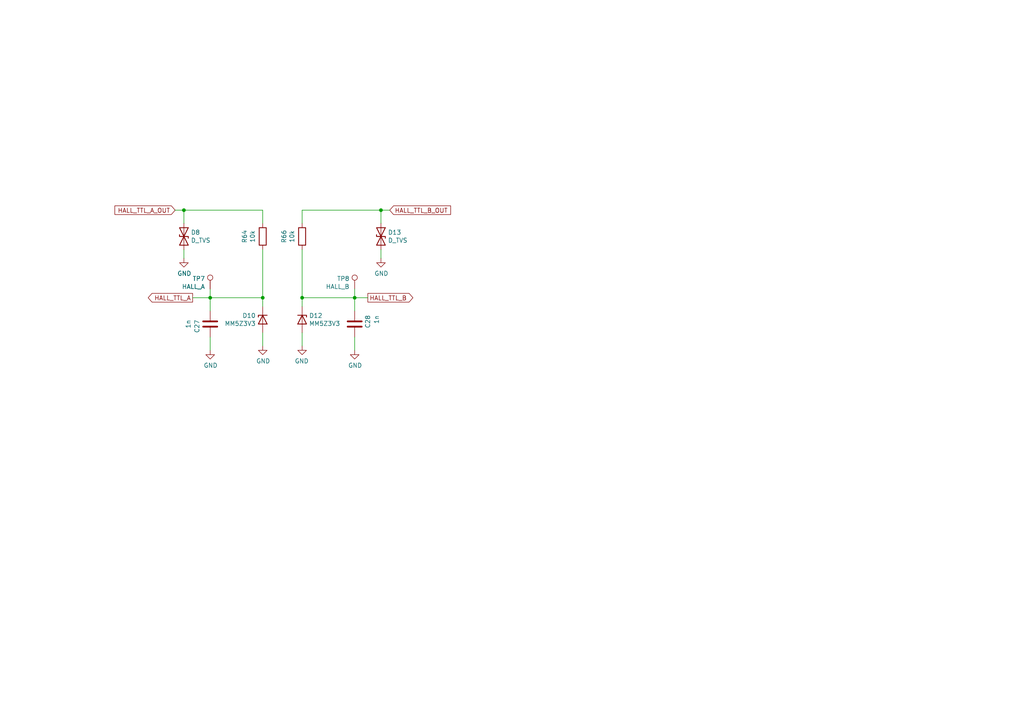
<source format=kicad_sch>
(kicad_sch (version 20211123) (generator eeschema)
  (paper "A4")
  (lib_symbols
    (symbol "Connector:TestPoint" (pin_numbers hide) (pin_names (offset 0.762) hide)
      (property "Reference" "TP" (at 0 6.858 0))
      (property "Value" "TestPoint" (at 0 5.08 0))
      (symbol "TestPoint_0_1"
        (circle (center 0 3.302) (radius 0.762))
      )
      (symbol "TestPoint_1_1"
        (pin passive line (at 0 0 90) (length 2.54) (name "1") (number "1"))
      )
    )
    (symbol "Device:C" (pin_numbers hide) (pin_names (offset 0.254))
      (property "Reference" "C" (at 0.635 2.54 0))
      (property "Value" "C" (at 0.635 -2.54 0))
      (symbol "C_0_1"
        (polyline (pts (xy -2.032 -0.762) (xy 2.032 -0.762)) (stroke (width 0.508)))
        (polyline (pts (xy -2.032 0.762) (xy 2.032 0.762)) (stroke (width 0.508)))
      )
      (symbol "C_1_1"
        (pin passive line (at 0 3.81 270) (length 2.794) (name "~") (number "1"))
        (pin passive line (at 0 -3.81 90) (length 2.794) (name "~") (number "2"))
      )
    )
    (symbol "Device:D_TVS" (pin_numbers hide) (pin_names (offset 1.016) hide)
      (property "Reference" "D" (at 0 2.54 0))
      (property "Value" "D_TVS" (at 0 -2.54 0))
      (symbol "D_TVS_0_1"
        (polyline (pts (xy 1.27 0) (xy -1.27 0)))
        (polyline (pts (xy 0.508 1.27) (xy 0 1.27) (xy 0 -1.27) (xy -0.508 -1.27)) (stroke (width 0.254)))
        (polyline (pts (xy -2.54 1.27) (xy -2.54 -1.27) (xy 2.54 1.27) (xy 2.54 -1.27) (xy -2.54 1.27)) (stroke (width 0.254)))
      )
      (symbol "D_TVS_1_1"
        (pin passive line (at -3.81 0 0) (length 2.54) (name "A1") (number "1"))
        (pin passive line (at 3.81 0 180) (length 2.54) (name "A2") (number "2"))
      )
    )
    (symbol "Device:D_Zener" (pin_numbers hide) (pin_names (offset 1.016) hide)
      (property "Reference" "D" (at 0 2.54 0))
      (property "Value" "D_Zener" (at 0 -2.54 0))
      (symbol "D_Zener_0_1"
        (polyline (pts (xy 1.27 0) (xy -1.27 0)))
        (polyline (pts (xy -1.27 -1.27) (xy -1.27 1.27) (xy -0.762 1.27)) (stroke (width 0.254)))
        (polyline (pts (xy 1.27 -1.27) (xy 1.27 1.27) (xy -1.27 0) (xy 1.27 -1.27)) (stroke (width 0.254)))
      )
      (symbol "D_Zener_1_1"
        (pin passive line (at -3.81 0 0) (length 2.54) (name "K") (number "1"))
        (pin passive line (at 3.81 0 180) (length 2.54) (name "A") (number "2"))
      )
    )
    (symbol "Device:R" (pin_numbers hide) (pin_names (offset 0))
      (property "Reference" "R" (at 2.032 0 90))
      (property "Value" "R" (at 0 0 90))
      (symbol "R_0_1"
        (rectangle (start -1.016 -2.54) (end 1.016 2.54) (stroke (width 0.254)))
      )
      (symbol "R_1_1"
        (pin passive line (at 0 3.81 270) (length 1.27) (name "~") (number "1"))
        (pin passive line (at 0 -3.81 90) (length 1.27) (name "~") (number "2"))
      )
    )
    (symbol "power:GND" (power) (pin_names (offset 0))
      (property "Value" "GND" (at 0 -3.81 0))
      (symbol "GND_0_1"
        (polyline (pts (xy 0 0) (xy 0 -1.27) (xy 1.27 -1.27) (xy 0 -2.54) (xy -1.27 -1.27) (xy 0 -1.27)))
      )
      (symbol "GND_1_1"
        (pin power_in line (at 0 0 270) (length 0) hide (name "GND") (number "1"))
      )
    )
  )
  (junction (at 76.2 86.36))
  (junction (at 53.34 60.96))
  (junction (at 87.63 86.36))
  (junction (at 102.87 86.36))
  (junction (at 60.96 86.36))
  (junction (at 110.49 60.96))
  (wire (pts (xy 102.87 101.6) (xy 102.87 97.79)))
  (wire (pts (xy 102.87 86.36) (xy 106.68 86.36)))
  (wire (pts (xy 60.96 101.6) (xy 60.96 97.79)))
  (wire (pts (xy 87.63 64.77) (xy 87.63 60.96)))
  (wire (pts (xy 110.49 60.96) (xy 113.03 60.96)))
  (wire (pts (xy 87.63 72.39) (xy 87.63 86.36)))
  (wire (pts (xy 102.87 83.82) (xy 102.87 86.36)))
  (wire (pts (xy 60.96 83.82) (xy 60.96 86.36)))
  (wire (pts (xy 87.63 86.36) (xy 87.63 88.9)))
  (wire (pts (xy 53.34 60.96) (xy 50.8 60.96)))
  (wire (pts (xy 53.34 64.77) (xy 53.34 60.96)))
  (wire (pts (xy 76.2 86.36) (xy 60.96 86.36)))
  (wire (pts (xy 76.2 64.77) (xy 76.2 60.96)))
  (wire (pts (xy 76.2 100.33) (xy 76.2 96.52)))
  (wire (pts (xy 76.2 60.96) (xy 53.34 60.96)))
  (wire (pts (xy 60.96 90.17) (xy 60.96 86.36)))
  (wire (pts (xy 76.2 86.36) (xy 76.2 88.9)))
  (wire (pts (xy 60.96 86.36) (xy 55.88 86.36)))
  (wire (pts (xy 102.87 86.36) (xy 102.87 90.17)))
  (wire (pts (xy 110.49 74.93) (xy 110.49 72.39)))
  (wire (pts (xy 87.63 86.36) (xy 102.87 86.36)))
  (wire (pts (xy 87.63 60.96) (xy 110.49 60.96)))
  (wire (pts (xy 76.2 72.39) (xy 76.2 86.36)))
  (wire (pts (xy 87.63 100.33) (xy 87.63 96.52)))
  (wire (pts (xy 53.34 74.93) (xy 53.34 72.39)))
  (wire (pts (xy 110.49 64.77) (xy 110.49 60.96)))
  (global_label "HALL_TTL_A" (shape output) (at 55.88 86.36 180) (property "Intersheet References" "${INTERSHEET_REFS}" (effects hide)))
  (global_label "HALL_TTL_A_OUT" (shape input) (at 50.8 60.96 180) (property "Intersheet References" "${INTERSHEET_REFS}" (effects hide)))
  (global_label "HALL_TTL_B_OUT" (shape input) (at 113.03 60.96 0) (property "Intersheet References" "${INTERSHEET_REFS}" (effects hide)))
  (global_label "HALL_TTL_B" (shape output) (at 106.68 86.36 0) (property "Intersheet References" "${INTERSHEET_REFS}" (effects hide)))
  (symbol (lib_id "power:GND") (at 76.2 100.33 0) (unit 1)
    (property "Reference" "#PWR0196" (effects hide))
    (property "Value" "GND" (at 76.327 104.7242 0))
  )
  (symbol (lib_id "Device:R") (at 87.63 68.58 0) (unit 1)
    (property "Reference" "R66" (at 82.3722 68.58 90))
    (property "Value" "10k" (at 84.6836 68.58 90))
    (property "Footprint" "Resistor_SMD:R_0603_1608Metric" (effects hide))
    (property "Datasheet" "https://www.mouser.ch/datasheet/2/447/PYu_RT_1_to_0_01_RoHS_L_11-1669912.pdf" (effects hide))
    (property "Hersteller Nr." "RT0603FRE0710KL" (effects hide))
    (property "Mouser Nr." "603-RT0603FRE0710KL" (effects hide))
  )
  (symbol (lib_id "Device:D_Zener") (at 87.63 92.71 270) (unit 1)
    (property "Reference" "D12" (at 89.6366 91.5416 90) (effects (justify left)))
    (property "Value" "MM5Z3V3" (at 89.6366 93.853 90) (effects (justify left)))
    (property "Footprint" "Diode_SMD:D_SOD-523" (effects hide))
    (property "Datasheet" "https://www.mouser.ch/datasheet/2/308/MM5Z2V4T1-D-108556.pdf" (effects hide))
    (property "Hersteller Nr." "MM5Z3V3T1G" (effects hide))
    (property "Mouser Nr." "863-MM5Z3V3T1G " (effects hide))
  )
  (symbol (lib_id "Device:D_TVS") (at 110.49 68.58 270) (unit 1)
    (property "Reference" "D13" (at 112.4966 67.4116 90) (effects (justify left)))
    (property "Value" "D_TVS" (at 112.4966 69.723 90) (effects (justify left)))
    (property "Footprint" "Diode_SMD:D_0603_1608Metric" (effects hide))
    (property "Datasheet" "https://www.mouser.ch/datasheet/2/258/MLESD24B-0603-1626615.pdf" (effects hide))
    (property "Hersteller Nr." "MLESD24B-0603-TP" (effects hide))
    (property "Mouser Nr." "833-MLESD24B-0603-TP" (effects hide))
  )
  (symbol (lib_id "Device:D_TVS") (at 53.34 68.58 270) (unit 1)
    (property "Reference" "D8" (at 55.3466 67.4116 90) (effects (justify left)))
    (property "Value" "D_TVS" (at 55.3466 69.723 90) (effects (justify left)))
    (property "Footprint" "Diode_SMD:D_0603_1608Metric" (effects hide))
    (property "Datasheet" "https://www.mouser.ch/datasheet/2/258/MLESD24B-0603-1626615.pdf" (effects hide))
    (property "Hersteller Nr." "MLESD24B-0603-TP" (effects hide))
    (property "Mouser Nr." "833-MLESD24B-0603-TP" (effects hide))
  )
  (symbol (lib_id "power:GND") (at 102.87 101.6 0) (unit 1)
    (property "Reference" "#PWR0192" (effects hide))
    (property "Value" "GND" (at 102.997 105.9942 0))
  )
  (symbol (lib_id "power:GND") (at 87.63 100.33 0) (mirror y) (unit 1)
    (property "Reference" "#PWR0191" (effects hide))
    (property "Value" "GND" (at 87.503 104.7242 0))
  )
  (symbol (lib_id "Device:R") (at 76.2 68.58 0) (unit 1)
    (property "Reference" "R64" (at 70.9422 68.58 90))
    (property "Value" "10k" (at 73.2536 68.58 90))
    (property "Footprint" "Resistor_SMD:R_0603_1608Metric" (effects hide))
    (property "Datasheet" "https://www.mouser.ch/datasheet/2/447/PYu_RT_1_to_0_01_RoHS_L_11-1669912.pdf" (effects hide))
    (property "Hersteller Nr." "RT0603FRE0710KL" (effects hide))
    (property "Mouser Nr." "603-RT0603FRE0710KL" (effects hide))
  )
  (symbol (lib_id "Connector:TestPoint") (at 102.87 83.82 0) (mirror y) (unit 1)
    (property "Reference" "TP8" (at 101.3968 80.8228 0) (effects (justify left)))
    (property "Value" "HALL_B" (at 101.3968 83.1342 0) (effects (justify left)))
    (property "Footprint" "TestPoint:TestPoint_Pad_D1.0mm" (effects hide))
  )
  (symbol (lib_id "power:GND") (at 60.96 101.6 0) (unit 1)
    (property "Reference" "#PWR0197" (effects hide))
    (property "Value" "GND" (at 61.087 105.9942 0))
  )
  (symbol (lib_id "power:GND") (at 110.49 74.93 0) (unit 1)
    (property "Reference" "#PWR0200" (effects hide))
    (property "Value" "GND" (at 110.617 79.3242 0))
  )
  (symbol (lib_id "Device:C") (at 60.96 93.98 0) (mirror x) (unit 1)
    (property "Reference" "C27" (at 57.15 92.71 90) (effects (justify left)))
    (property "Value" "1n" (at 54.61 92.71 90) (effects (justify left)))
    (property "Footprint" "Capacitor_SMD:C_0603_1608Metric" (effects hide))
    (property "Datasheet" "https://www.mouser.ch/datasheet/2/40/C0GNP0_Dielectric-951274.pdf" (effects hide))
    (property "Hersteller Nr." "06035C102KAT2A" (effects hide))
    (property "Mouser Nr." "581-06035C102K" (effects hide))
  )
  (symbol (lib_id "Connector:TestPoint") (at 60.96 83.82 0) (mirror y) (unit 1)
    (property "Reference" "TP7" (at 59.4868 80.8228 0) (effects (justify left)))
    (property "Value" "HALL_A" (at 59.4868 83.1342 0) (effects (justify left)))
    (property "Footprint" "TestPoint:TestPoint_Pad_D1.0mm" (effects hide))
  )
  (symbol (lib_id "power:GND") (at 53.34 74.93 0) (unit 1)
    (property "Reference" "#PWR0193" (effects hide))
    (property "Value" "GND" (at 53.467 79.3242 0))
  )
  (symbol (lib_id "Device:C") (at 102.87 93.98 0) (mirror y) (unit 1)
    (property "Reference" "C28" (at 106.68 95.25 90) (effects (justify left)))
    (property "Value" "1n" (at 109.22 93.98 90) (effects (justify left)))
    (property "Footprint" "Capacitor_SMD:C_0603_1608Metric" (effects hide))
    (property "Datasheet" "https://www.mouser.ch/datasheet/2/40/C0GNP0_Dielectric-951274.pdf" (effects hide))
    (property "Hersteller Nr." "06035C102KAT2A" (effects hide))
    (property "Mouser Nr." "581-06035C102K" (effects hide))
  )
  (symbol (lib_id "Device:D_Zener") (at 76.2 92.71 90) (mirror x) (unit 1)
    (property "Reference" "D10" (at 74.1934 91.5416 90) (effects (justify left)))
    (property "Value" "MM5Z3V3" (at 74.1934 93.853 90) (effects (justify left)))
    (property "Footprint" "Diode_SMD:D_SOD-523" (effects hide))
    (property "Datasheet" "https://www.mouser.ch/datasheet/2/308/MM5Z2V4T1-D-108556.pdf" (effects hide))
    (property "Hersteller Nr." "MM5Z3V3T1G" (effects hide))
    (property "Mouser Nr." "863-MM5Z3V3T1G " (effects hide))
  )
)
</source>
